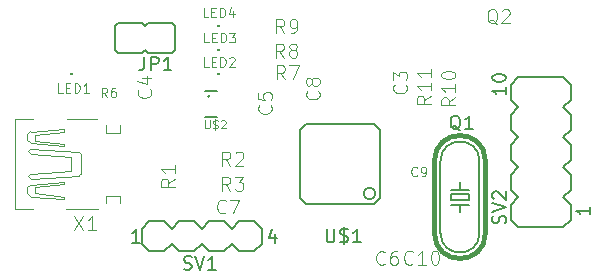
<source format=gbr>
%TF.GenerationSoftware,KiCad,Pcbnew,(6.0.7)*%
%TF.CreationDate,2022-08-30T17:29:13+02:00*%
%TF.ProjectId,bmp_entropia,626d705f-656e-4747-926f-7069612e6b69,rev?*%
%TF.SameCoordinates,Original*%
%TF.FileFunction,Legend,Top*%
%TF.FilePolarity,Positive*%
%FSLAX46Y46*%
G04 Gerber Fmt 4.6, Leading zero omitted, Abs format (unit mm)*
G04 Created by KiCad (PCBNEW (6.0.7)) date 2022-08-30 17:29:13*
%MOMM*%
%LPD*%
G01*
G04 APERTURE LIST*
%ADD10C,0.101600*%
%ADD11C,0.127000*%
%ADD12C,0.081280*%
%ADD13C,0.152400*%
%ADD14C,0.203200*%
%ADD15C,0.150000*%
%ADD16C,0.406400*%
G04 APERTURE END LIST*
D10*
%TO.C,R9*%
X146298645Y-96087761D02*
X145909179Y-95531380D01*
X145630988Y-96087761D02*
X145630988Y-94919361D01*
X146076093Y-94919361D01*
X146187369Y-94975000D01*
X146243007Y-95030638D01*
X146298645Y-95141914D01*
X146298645Y-95308828D01*
X146243007Y-95420104D01*
X146187369Y-95475742D01*
X146076093Y-95531380D01*
X145630988Y-95531380D01*
X146855026Y-96087761D02*
X147077579Y-96087761D01*
X147188855Y-96032123D01*
X147244493Y-95976485D01*
X147355769Y-95809571D01*
X147411407Y-95587019D01*
X147411407Y-95141914D01*
X147355769Y-95030638D01*
X147300131Y-94975000D01*
X147188855Y-94919361D01*
X146966302Y-94919361D01*
X146855026Y-94975000D01*
X146799388Y-95030638D01*
X146743750Y-95141914D01*
X146743750Y-95420104D01*
X146799388Y-95531380D01*
X146855026Y-95587019D01*
X146966302Y-95642657D01*
X147188855Y-95642657D01*
X147300131Y-95587019D01*
X147355769Y-95531380D01*
X147411407Y-95420104D01*
%TO.C,LED1*%
X127547055Y-101136904D02*
X127166102Y-101136904D01*
X127166102Y-100336904D01*
X127813721Y-100717857D02*
X128080388Y-100717857D01*
X128194674Y-101136904D02*
X127813721Y-101136904D01*
X127813721Y-100336904D01*
X128194674Y-100336904D01*
X128537531Y-101136904D02*
X128537531Y-100336904D01*
X128728007Y-100336904D01*
X128842293Y-100375000D01*
X128918483Y-100451190D01*
X128956579Y-100527380D01*
X128994674Y-100679761D01*
X128994674Y-100794047D01*
X128956579Y-100946428D01*
X128918483Y-101022619D01*
X128842293Y-101098809D01*
X128728007Y-101136904D01*
X128537531Y-101136904D01*
X129756579Y-101136904D02*
X129299436Y-101136904D01*
X129528007Y-101136904D02*
X129528007Y-100336904D01*
X129451817Y-100451190D01*
X129375626Y-100527380D01*
X129299436Y-100565476D01*
%TO.C,C4*%
X134933085Y-100863112D02*
X134988723Y-100918750D01*
X135044361Y-101085664D01*
X135044361Y-101196940D01*
X134988723Y-101363855D01*
X134877447Y-101475131D01*
X134766171Y-101530769D01*
X134543619Y-101586407D01*
X134376704Y-101586407D01*
X134154152Y-101530769D01*
X134042876Y-101475131D01*
X133931600Y-101363855D01*
X133875961Y-101196940D01*
X133875961Y-101085664D01*
X133931600Y-100918750D01*
X133987238Y-100863112D01*
X134265428Y-99861626D02*
X135044361Y-99861626D01*
X133820323Y-100139817D02*
X134654895Y-100418007D01*
X134654895Y-99694712D01*
%TO.C,C6*%
X154811887Y-115608085D02*
X154756249Y-115663723D01*
X154589335Y-115719361D01*
X154478059Y-115719361D01*
X154311144Y-115663723D01*
X154199868Y-115552447D01*
X154144230Y-115441171D01*
X154088592Y-115218619D01*
X154088592Y-115051704D01*
X154144230Y-114829152D01*
X154199868Y-114717876D01*
X154311144Y-114606600D01*
X154478059Y-114550961D01*
X154589335Y-114550961D01*
X154756249Y-114606600D01*
X154811887Y-114662238D01*
X155813373Y-114550961D02*
X155590820Y-114550961D01*
X155479544Y-114606600D01*
X155423906Y-114662238D01*
X155312630Y-114829152D01*
X155256992Y-115051704D01*
X155256992Y-115496809D01*
X155312630Y-115608085D01*
X155368268Y-115663723D01*
X155479544Y-115719361D01*
X155702097Y-115719361D01*
X155813373Y-115663723D01*
X155869011Y-115608085D01*
X155924649Y-115496809D01*
X155924649Y-115218619D01*
X155869011Y-115107342D01*
X155813373Y-115051704D01*
X155702097Y-114996066D01*
X155479544Y-114996066D01*
X155368268Y-115051704D01*
X155312630Y-115107342D01*
X155256992Y-115218619D01*
%TO.C,C7*%
X141323645Y-111251485D02*
X141268007Y-111307123D01*
X141101093Y-111362761D01*
X140989817Y-111362761D01*
X140822902Y-111307123D01*
X140711626Y-111195847D01*
X140655988Y-111084571D01*
X140600350Y-110862019D01*
X140600350Y-110695104D01*
X140655988Y-110472552D01*
X140711626Y-110361276D01*
X140822902Y-110250000D01*
X140989817Y-110194361D01*
X141101093Y-110194361D01*
X141268007Y-110250000D01*
X141323645Y-110305638D01*
X141713112Y-110194361D02*
X142492045Y-110194361D01*
X141991302Y-111362761D01*
%TO.C,R10*%
X160769361Y-101538112D02*
X160212980Y-101927579D01*
X160769361Y-102205769D02*
X159600961Y-102205769D01*
X159600961Y-101760664D01*
X159656600Y-101649388D01*
X159712238Y-101593750D01*
X159823514Y-101538112D01*
X159990428Y-101538112D01*
X160101704Y-101593750D01*
X160157342Y-101649388D01*
X160212980Y-101760664D01*
X160212980Y-102205769D01*
X160769361Y-100425350D02*
X160769361Y-101093007D01*
X160769361Y-100759179D02*
X159600961Y-100759179D01*
X159767876Y-100870455D01*
X159879152Y-100981731D01*
X159934790Y-101093007D01*
X159600961Y-99702055D02*
X159600961Y-99590779D01*
X159656600Y-99479502D01*
X159712238Y-99423864D01*
X159823514Y-99368226D01*
X160046066Y-99312588D01*
X160324257Y-99312588D01*
X160546809Y-99368226D01*
X160658085Y-99423864D01*
X160713723Y-99479502D01*
X160769361Y-99590779D01*
X160769361Y-99702055D01*
X160713723Y-99813331D01*
X160658085Y-99868969D01*
X160546809Y-99924607D01*
X160324257Y-99980245D01*
X160046066Y-99980245D01*
X159823514Y-99924607D01*
X159712238Y-99868969D01*
X159656600Y-99813331D01*
X159600961Y-99702055D01*
%TO.C,R7*%
X146348645Y-99987761D02*
X145959179Y-99431380D01*
X145680988Y-99987761D02*
X145680988Y-98819361D01*
X146126093Y-98819361D01*
X146237369Y-98875000D01*
X146293007Y-98930638D01*
X146348645Y-99041914D01*
X146348645Y-99208828D01*
X146293007Y-99320104D01*
X146237369Y-99375742D01*
X146126093Y-99431380D01*
X145680988Y-99431380D01*
X146738112Y-98819361D02*
X147517045Y-98819361D01*
X147016302Y-99987761D01*
D11*
%TO.C,SV1*%
X137800264Y-116066142D02*
X137963550Y-116120571D01*
X138235692Y-116120571D01*
X138344550Y-116066142D01*
X138398978Y-116011714D01*
X138453407Y-115902857D01*
X138453407Y-115794000D01*
X138398978Y-115685142D01*
X138344550Y-115630714D01*
X138235692Y-115576285D01*
X138017978Y-115521857D01*
X137909121Y-115467428D01*
X137854692Y-115413000D01*
X137800264Y-115304142D01*
X137800264Y-115195285D01*
X137854692Y-115086428D01*
X137909121Y-115032000D01*
X138017978Y-114977571D01*
X138290121Y-114977571D01*
X138453407Y-115032000D01*
X138779978Y-114977571D02*
X139160978Y-116120571D01*
X139541978Y-114977571D01*
X140521692Y-116120571D02*
X139868550Y-116120571D01*
X140195121Y-116120571D02*
X140195121Y-114977571D01*
X140086264Y-115140857D01*
X139977407Y-115249714D01*
X139868550Y-115304142D01*
X145507650Y-113091171D02*
X145507650Y-113853171D01*
X145235507Y-112655742D02*
X144963364Y-113472171D01*
X145670935Y-113472171D01*
X134059507Y-113853171D02*
X133406364Y-113853171D01*
X133732935Y-113853171D02*
X133732935Y-112710171D01*
X133624078Y-112873457D01*
X133515221Y-112982314D01*
X133406364Y-113036742D01*
D10*
%TO.C,LED3*%
X139922055Y-96886904D02*
X139541102Y-96886904D01*
X139541102Y-96086904D01*
X140188721Y-96467857D02*
X140455388Y-96467857D01*
X140569674Y-96886904D02*
X140188721Y-96886904D01*
X140188721Y-96086904D01*
X140569674Y-96086904D01*
X140912531Y-96886904D02*
X140912531Y-96086904D01*
X141103007Y-96086904D01*
X141217293Y-96125000D01*
X141293483Y-96201190D01*
X141331579Y-96277380D01*
X141369674Y-96429761D01*
X141369674Y-96544047D01*
X141331579Y-96696428D01*
X141293483Y-96772619D01*
X141217293Y-96848809D01*
X141103007Y-96886904D01*
X140912531Y-96886904D01*
X141636340Y-96086904D02*
X142131579Y-96086904D01*
X141864912Y-96391666D01*
X141979198Y-96391666D01*
X142055388Y-96429761D01*
X142093483Y-96467857D01*
X142131579Y-96544047D01*
X142131579Y-96734523D01*
X142093483Y-96810714D01*
X142055388Y-96848809D01*
X141979198Y-96886904D01*
X141750626Y-96886904D01*
X141674436Y-96848809D01*
X141636340Y-96810714D01*
%TO.C,R1*%
X137044361Y-108413112D02*
X136487980Y-108802579D01*
X137044361Y-109080769D02*
X135875961Y-109080769D01*
X135875961Y-108635664D01*
X135931600Y-108524388D01*
X135987238Y-108468750D01*
X136098514Y-108413112D01*
X136265428Y-108413112D01*
X136376704Y-108468750D01*
X136432342Y-108524388D01*
X136487980Y-108635664D01*
X136487980Y-109080769D01*
X137044361Y-107300350D02*
X137044361Y-107968007D01*
X137044361Y-107634179D02*
X135875961Y-107634179D01*
X136042876Y-107745455D01*
X136154152Y-107856731D01*
X136209790Y-107968007D01*
D11*
%TO.C,SV2*%
X165001242Y-112210335D02*
X165055671Y-112047050D01*
X165055671Y-111774907D01*
X165001242Y-111666050D01*
X164946814Y-111611621D01*
X164837957Y-111557192D01*
X164729100Y-111557192D01*
X164620242Y-111611621D01*
X164565814Y-111666050D01*
X164511385Y-111774907D01*
X164456957Y-111992621D01*
X164402528Y-112101478D01*
X164348100Y-112155907D01*
X164239242Y-112210335D01*
X164130385Y-112210335D01*
X164021528Y-112155907D01*
X163967100Y-112101478D01*
X163912671Y-111992621D01*
X163912671Y-111720478D01*
X163967100Y-111557192D01*
X163912671Y-111230621D02*
X165055671Y-110849621D01*
X163912671Y-110468621D01*
X164021528Y-110142050D02*
X163967100Y-110087621D01*
X163912671Y-109978764D01*
X163912671Y-109706621D01*
X163967100Y-109597764D01*
X164021528Y-109543335D01*
X164130385Y-109488907D01*
X164239242Y-109488907D01*
X164402528Y-109543335D01*
X165055671Y-110196478D01*
X165055671Y-109488907D01*
X172167671Y-110795192D02*
X172167671Y-111448335D01*
X172167671Y-111121764D02*
X171024671Y-111121764D01*
X171187957Y-111230621D01*
X171296814Y-111339478D01*
X171351242Y-111448335D01*
X165055671Y-100635192D02*
X165055671Y-101288335D01*
X165055671Y-100961764D02*
X163912671Y-100961764D01*
X164075957Y-101070621D01*
X164184814Y-101179478D01*
X164239242Y-101288335D01*
X163912671Y-99927621D02*
X163912671Y-99818764D01*
X163967100Y-99709907D01*
X164021528Y-99655478D01*
X164130385Y-99601050D01*
X164348100Y-99546621D01*
X164620242Y-99546621D01*
X164837957Y-99601050D01*
X164946814Y-99655478D01*
X165001242Y-99709907D01*
X165055671Y-99818764D01*
X165055671Y-99927621D01*
X165001242Y-100036478D01*
X164946814Y-100090907D01*
X164837957Y-100145335D01*
X164620242Y-100199764D01*
X164348100Y-100199764D01*
X164130385Y-100145335D01*
X164021528Y-100090907D01*
X163967100Y-100036478D01*
X163912671Y-99927621D01*
D10*
%TO.C,Q2*%
X164348163Y-95355638D02*
X164236887Y-95300000D01*
X164125611Y-95188723D01*
X163958697Y-95021809D01*
X163847420Y-94966171D01*
X163736144Y-94966171D01*
X163791782Y-95244361D02*
X163680506Y-95188723D01*
X163569230Y-95077447D01*
X163513592Y-94854895D01*
X163513592Y-94465428D01*
X163569230Y-94242876D01*
X163680506Y-94131600D01*
X163791782Y-94075961D01*
X164014335Y-94075961D01*
X164125611Y-94131600D01*
X164236887Y-94242876D01*
X164292525Y-94465428D01*
X164292525Y-94854895D01*
X164236887Y-95077447D01*
X164125611Y-95188723D01*
X164014335Y-95244361D01*
X163791782Y-95244361D01*
X164737630Y-94187238D02*
X164793268Y-94131600D01*
X164904544Y-94075961D01*
X165182735Y-94075961D01*
X165294011Y-94131600D01*
X165349649Y-94187238D01*
X165405287Y-94298514D01*
X165405287Y-94409790D01*
X165349649Y-94576704D01*
X164681992Y-95244361D01*
X165405287Y-95244361D01*
%TO.C,X1*%
X128482954Y-111600961D02*
X129261887Y-112769361D01*
X129261887Y-111600961D02*
X128482954Y-112769361D01*
X130319011Y-112769361D02*
X129651354Y-112769361D01*
X129985182Y-112769361D02*
X129985182Y-111600961D01*
X129873906Y-111767876D01*
X129762630Y-111879152D01*
X129651354Y-111934790D01*
%TO.C,C5*%
X145133085Y-102188112D02*
X145188723Y-102243750D01*
X145244361Y-102410664D01*
X145244361Y-102521940D01*
X145188723Y-102688855D01*
X145077447Y-102800131D01*
X144966171Y-102855769D01*
X144743619Y-102911407D01*
X144576704Y-102911407D01*
X144354152Y-102855769D01*
X144242876Y-102800131D01*
X144131600Y-102688855D01*
X144075961Y-102521940D01*
X144075961Y-102410664D01*
X144131600Y-102243750D01*
X144187238Y-102188112D01*
X144075961Y-101130988D02*
X144075961Y-101687369D01*
X144632342Y-101743007D01*
X144576704Y-101687369D01*
X144521066Y-101576093D01*
X144521066Y-101297902D01*
X144576704Y-101186626D01*
X144632342Y-101130988D01*
X144743619Y-101075350D01*
X145021809Y-101075350D01*
X145133085Y-101130988D01*
X145188723Y-101186626D01*
X145244361Y-101297902D01*
X145244361Y-101576093D01*
X145188723Y-101687369D01*
X145133085Y-101743007D01*
%TO.C,R8*%
X146273645Y-98162761D02*
X145884179Y-97606380D01*
X145605988Y-98162761D02*
X145605988Y-96994361D01*
X146051093Y-96994361D01*
X146162369Y-97050000D01*
X146218007Y-97105638D01*
X146273645Y-97216914D01*
X146273645Y-97383828D01*
X146218007Y-97495104D01*
X146162369Y-97550742D01*
X146051093Y-97606380D01*
X145605988Y-97606380D01*
X146941302Y-97495104D02*
X146830026Y-97439466D01*
X146774388Y-97383828D01*
X146718750Y-97272552D01*
X146718750Y-97216914D01*
X146774388Y-97105638D01*
X146830026Y-97050000D01*
X146941302Y-96994361D01*
X147163855Y-96994361D01*
X147275131Y-97050000D01*
X147330769Y-97105638D01*
X147386407Y-97216914D01*
X147386407Y-97272552D01*
X147330769Y-97383828D01*
X147275131Y-97439466D01*
X147163855Y-97495104D01*
X146941302Y-97495104D01*
X146830026Y-97550742D01*
X146774388Y-97606380D01*
X146718750Y-97717657D01*
X146718750Y-97940209D01*
X146774388Y-98051485D01*
X146830026Y-98107123D01*
X146941302Y-98162761D01*
X147163855Y-98162761D01*
X147275131Y-98107123D01*
X147330769Y-98051485D01*
X147386407Y-97940209D01*
X147386407Y-97717657D01*
X147330769Y-97606380D01*
X147275131Y-97550742D01*
X147163855Y-97495104D01*
%TO.C,R6*%
X131294674Y-101511904D02*
X131028007Y-101130952D01*
X130837531Y-101511904D02*
X130837531Y-100711904D01*
X131142293Y-100711904D01*
X131218483Y-100750000D01*
X131256579Y-100788095D01*
X131294674Y-100864285D01*
X131294674Y-100978571D01*
X131256579Y-101054761D01*
X131218483Y-101092857D01*
X131142293Y-101130952D01*
X130837531Y-101130952D01*
X131980388Y-100711904D02*
X131828007Y-100711904D01*
X131751817Y-100750000D01*
X131713721Y-100788095D01*
X131637531Y-100902380D01*
X131599436Y-101054761D01*
X131599436Y-101359523D01*
X131637531Y-101435714D01*
X131675626Y-101473809D01*
X131751817Y-101511904D01*
X131904198Y-101511904D01*
X131980388Y-101473809D01*
X132018483Y-101435714D01*
X132056579Y-101359523D01*
X132056579Y-101169047D01*
X132018483Y-101092857D01*
X131980388Y-101054761D01*
X131904198Y-101016666D01*
X131751817Y-101016666D01*
X131675626Y-101054761D01*
X131637531Y-101092857D01*
X131599436Y-101169047D01*
D12*
%TO.C,U$2*%
X139569498Y-103466666D02*
X139569498Y-104033333D01*
X139602832Y-104100000D01*
X139636165Y-104133333D01*
X139702832Y-104166666D01*
X139836165Y-104166666D01*
X139902832Y-104133333D01*
X139936165Y-104100000D01*
X139969498Y-104033333D01*
X139969498Y-103466666D01*
X140269498Y-104133333D02*
X140369498Y-104166666D01*
X140536165Y-104166666D01*
X140602832Y-104133333D01*
X140636165Y-104100000D01*
X140669498Y-104033333D01*
X140669498Y-103966666D01*
X140636165Y-103900000D01*
X140602832Y-103866666D01*
X140536165Y-103833333D01*
X140402832Y-103800000D01*
X140336165Y-103766666D01*
X140302832Y-103733333D01*
X140269498Y-103666666D01*
X140269498Y-103600000D01*
X140302832Y-103533333D01*
X140336165Y-103500000D01*
X140402832Y-103466666D01*
X140569498Y-103466666D01*
X140669498Y-103500000D01*
X140469498Y-103366666D02*
X140469498Y-104266666D01*
X140936165Y-103533333D02*
X140969498Y-103500000D01*
X141036165Y-103466666D01*
X141202832Y-103466666D01*
X141269498Y-103500000D01*
X141302832Y-103533333D01*
X141336165Y-103600000D01*
X141336165Y-103666666D01*
X141302832Y-103766666D01*
X140902832Y-104166666D01*
X141336165Y-104166666D01*
D10*
%TO.C,LED4*%
X139847055Y-94761904D02*
X139466102Y-94761904D01*
X139466102Y-93961904D01*
X140113721Y-94342857D02*
X140380388Y-94342857D01*
X140494674Y-94761904D02*
X140113721Y-94761904D01*
X140113721Y-93961904D01*
X140494674Y-93961904D01*
X140837531Y-94761904D02*
X140837531Y-93961904D01*
X141028007Y-93961904D01*
X141142293Y-94000000D01*
X141218483Y-94076190D01*
X141256579Y-94152380D01*
X141294674Y-94304761D01*
X141294674Y-94419047D01*
X141256579Y-94571428D01*
X141218483Y-94647619D01*
X141142293Y-94723809D01*
X141028007Y-94761904D01*
X140837531Y-94761904D01*
X141980388Y-94228571D02*
X141980388Y-94761904D01*
X141789912Y-93923809D02*
X141599436Y-94495238D01*
X142094674Y-94495238D01*
%TO.C,R11*%
X158694361Y-101388112D02*
X158137980Y-101777579D01*
X158694361Y-102055769D02*
X157525961Y-102055769D01*
X157525961Y-101610664D01*
X157581600Y-101499388D01*
X157637238Y-101443750D01*
X157748514Y-101388112D01*
X157915428Y-101388112D01*
X158026704Y-101443750D01*
X158082342Y-101499388D01*
X158137980Y-101610664D01*
X158137980Y-102055769D01*
X158694361Y-100275350D02*
X158694361Y-100943007D01*
X158694361Y-100609179D02*
X157525961Y-100609179D01*
X157692876Y-100720455D01*
X157804152Y-100831731D01*
X157859790Y-100943007D01*
X158694361Y-99162588D02*
X158694361Y-99830245D01*
X158694361Y-99496417D02*
X157525961Y-99496417D01*
X157692876Y-99607693D01*
X157804152Y-99718969D01*
X157859790Y-99830245D01*
%TO.C,R2*%
X141723645Y-107312761D02*
X141334179Y-106756380D01*
X141055988Y-107312761D02*
X141055988Y-106144361D01*
X141501093Y-106144361D01*
X141612369Y-106200000D01*
X141668007Y-106255638D01*
X141723645Y-106366914D01*
X141723645Y-106533828D01*
X141668007Y-106645104D01*
X141612369Y-106700742D01*
X141501093Y-106756380D01*
X141055988Y-106756380D01*
X142168750Y-106255638D02*
X142224388Y-106200000D01*
X142335664Y-106144361D01*
X142613855Y-106144361D01*
X142725131Y-106200000D01*
X142780769Y-106255638D01*
X142836407Y-106366914D01*
X142836407Y-106478190D01*
X142780769Y-106645104D01*
X142113112Y-107312761D01*
X142836407Y-107312761D01*
%TO.C,C3*%
X156583085Y-100463112D02*
X156638723Y-100518750D01*
X156694361Y-100685664D01*
X156694361Y-100796940D01*
X156638723Y-100963855D01*
X156527447Y-101075131D01*
X156416171Y-101130769D01*
X156193619Y-101186407D01*
X156026704Y-101186407D01*
X155804152Y-101130769D01*
X155692876Y-101075131D01*
X155581600Y-100963855D01*
X155525961Y-100796940D01*
X155525961Y-100685664D01*
X155581600Y-100518750D01*
X155637238Y-100463112D01*
X155525961Y-100073645D02*
X155525961Y-99350350D01*
X155971066Y-99739817D01*
X155971066Y-99572902D01*
X156026704Y-99461626D01*
X156082342Y-99405988D01*
X156193619Y-99350350D01*
X156471809Y-99350350D01*
X156583085Y-99405988D01*
X156638723Y-99461626D01*
X156694361Y-99572902D01*
X156694361Y-99906731D01*
X156638723Y-100018007D01*
X156583085Y-100073645D01*
%TO.C,C10*%
X157161887Y-115583085D02*
X157106249Y-115638723D01*
X156939335Y-115694361D01*
X156828059Y-115694361D01*
X156661144Y-115638723D01*
X156549868Y-115527447D01*
X156494230Y-115416171D01*
X156438592Y-115193619D01*
X156438592Y-115026704D01*
X156494230Y-114804152D01*
X156549868Y-114692876D01*
X156661144Y-114581600D01*
X156828059Y-114525961D01*
X156939335Y-114525961D01*
X157106249Y-114581600D01*
X157161887Y-114637238D01*
X158274649Y-115694361D02*
X157606992Y-115694361D01*
X157940820Y-115694361D02*
X157940820Y-114525961D01*
X157829544Y-114692876D01*
X157718268Y-114804152D01*
X157606992Y-114859790D01*
X158997944Y-114525961D02*
X159109220Y-114525961D01*
X159220497Y-114581600D01*
X159276135Y-114637238D01*
X159331773Y-114748514D01*
X159387411Y-114971066D01*
X159387411Y-115249257D01*
X159331773Y-115471809D01*
X159276135Y-115583085D01*
X159220497Y-115638723D01*
X159109220Y-115694361D01*
X158997944Y-115694361D01*
X158886668Y-115638723D01*
X158831030Y-115583085D01*
X158775392Y-115471809D01*
X158719754Y-115249257D01*
X158719754Y-114971066D01*
X158775392Y-114748514D01*
X158831030Y-114637238D01*
X158886668Y-114581600D01*
X158997944Y-114525961D01*
D11*
%TO.C,U$1*%
X149879692Y-112652571D02*
X149879692Y-113577857D01*
X149934121Y-113686714D01*
X149988550Y-113741142D01*
X150097407Y-113795571D01*
X150315121Y-113795571D01*
X150423978Y-113741142D01*
X150478407Y-113686714D01*
X150532835Y-113577857D01*
X150532835Y-112652571D01*
X151022692Y-113741142D02*
X151185978Y-113795571D01*
X151458121Y-113795571D01*
X151566978Y-113741142D01*
X151621407Y-113686714D01*
X151675835Y-113577857D01*
X151675835Y-113469000D01*
X151621407Y-113360142D01*
X151566978Y-113305714D01*
X151458121Y-113251285D01*
X151240407Y-113196857D01*
X151131550Y-113142428D01*
X151077121Y-113088000D01*
X151022692Y-112979142D01*
X151022692Y-112870285D01*
X151077121Y-112761428D01*
X151131550Y-112707000D01*
X151240407Y-112652571D01*
X151512550Y-112652571D01*
X151675835Y-112707000D01*
X151349264Y-112489285D02*
X151349264Y-113958857D01*
X152764407Y-113795571D02*
X152111264Y-113795571D01*
X152437835Y-113795571D02*
X152437835Y-112652571D01*
X152328978Y-112815857D01*
X152220121Y-112924714D01*
X152111264Y-112979142D01*
%TO.C,JP1*%
X134456835Y-98105171D02*
X134456835Y-98921600D01*
X134402407Y-99084885D01*
X134293550Y-99193742D01*
X134130264Y-99248171D01*
X134021407Y-99248171D01*
X135001121Y-99248171D02*
X135001121Y-98105171D01*
X135436550Y-98105171D01*
X135545407Y-98159600D01*
X135599835Y-98214028D01*
X135654264Y-98322885D01*
X135654264Y-98486171D01*
X135599835Y-98595028D01*
X135545407Y-98649457D01*
X135436550Y-98703885D01*
X135001121Y-98703885D01*
X136742835Y-99248171D02*
X136089692Y-99248171D01*
X136416264Y-99248171D02*
X136416264Y-98105171D01*
X136307407Y-98268457D01*
X136198550Y-98377314D01*
X136089692Y-98431742D01*
D10*
%TO.C,C9*%
X157563659Y-108135714D02*
X157525563Y-108173809D01*
X157411278Y-108211904D01*
X157335087Y-108211904D01*
X157220801Y-108173809D01*
X157144611Y-108097619D01*
X157106516Y-108021428D01*
X157068420Y-107869047D01*
X157068420Y-107754761D01*
X157106516Y-107602380D01*
X157144611Y-107526190D01*
X157220801Y-107450000D01*
X157335087Y-107411904D01*
X157411278Y-107411904D01*
X157525563Y-107450000D01*
X157563659Y-107488095D01*
X157944611Y-108211904D02*
X158096992Y-108211904D01*
X158173182Y-108173809D01*
X158211278Y-108135714D01*
X158287468Y-108021428D01*
X158325563Y-107869047D01*
X158325563Y-107564285D01*
X158287468Y-107488095D01*
X158249373Y-107450000D01*
X158173182Y-107411904D01*
X158020801Y-107411904D01*
X157944611Y-107450000D01*
X157906516Y-107488095D01*
X157868420Y-107564285D01*
X157868420Y-107754761D01*
X157906516Y-107830952D01*
X157944611Y-107869047D01*
X158020801Y-107907142D01*
X158173182Y-107907142D01*
X158249373Y-107869047D01*
X158287468Y-107830952D01*
X158325563Y-107754761D01*
%TO.C,R3*%
X141723645Y-109437761D02*
X141334179Y-108881380D01*
X141055988Y-109437761D02*
X141055988Y-108269361D01*
X141501093Y-108269361D01*
X141612369Y-108325000D01*
X141668007Y-108380638D01*
X141723645Y-108491914D01*
X141723645Y-108658828D01*
X141668007Y-108770104D01*
X141612369Y-108825742D01*
X141501093Y-108881380D01*
X141055988Y-108881380D01*
X142113112Y-108269361D02*
X142836407Y-108269361D01*
X142446940Y-108714466D01*
X142613855Y-108714466D01*
X142725131Y-108770104D01*
X142780769Y-108825742D01*
X142836407Y-108937019D01*
X142836407Y-109215209D01*
X142780769Y-109326485D01*
X142725131Y-109382123D01*
X142613855Y-109437761D01*
X142280026Y-109437761D01*
X142168750Y-109382123D01*
X142113112Y-109326485D01*
%TO.C,C8*%
X149183085Y-100988112D02*
X149238723Y-101043750D01*
X149294361Y-101210664D01*
X149294361Y-101321940D01*
X149238723Y-101488855D01*
X149127447Y-101600131D01*
X149016171Y-101655769D01*
X148793619Y-101711407D01*
X148626704Y-101711407D01*
X148404152Y-101655769D01*
X148292876Y-101600131D01*
X148181600Y-101488855D01*
X148125961Y-101321940D01*
X148125961Y-101210664D01*
X148181600Y-101043750D01*
X148237238Y-100988112D01*
X148626704Y-100320455D02*
X148571066Y-100431731D01*
X148515428Y-100487369D01*
X148404152Y-100543007D01*
X148348514Y-100543007D01*
X148237238Y-100487369D01*
X148181600Y-100431731D01*
X148125961Y-100320455D01*
X148125961Y-100097902D01*
X148181600Y-99986626D01*
X148237238Y-99930988D01*
X148348514Y-99875350D01*
X148404152Y-99875350D01*
X148515428Y-99930988D01*
X148571066Y-99986626D01*
X148626704Y-100097902D01*
X148626704Y-100320455D01*
X148682342Y-100431731D01*
X148737980Y-100487369D01*
X148849257Y-100543007D01*
X149071809Y-100543007D01*
X149183085Y-100487369D01*
X149238723Y-100431731D01*
X149294361Y-100320455D01*
X149294361Y-100097902D01*
X149238723Y-99986626D01*
X149183085Y-99930988D01*
X149071809Y-99875350D01*
X148849257Y-99875350D01*
X148737980Y-99930988D01*
X148682342Y-99986626D01*
X148626704Y-100097902D01*
%TO.C,LED2*%
X139897055Y-98936904D02*
X139516102Y-98936904D01*
X139516102Y-98136904D01*
X140163721Y-98517857D02*
X140430388Y-98517857D01*
X140544674Y-98936904D02*
X140163721Y-98936904D01*
X140163721Y-98136904D01*
X140544674Y-98136904D01*
X140887531Y-98936904D02*
X140887531Y-98136904D01*
X141078007Y-98136904D01*
X141192293Y-98175000D01*
X141268483Y-98251190D01*
X141306579Y-98327380D01*
X141344674Y-98479761D01*
X141344674Y-98594047D01*
X141306579Y-98746428D01*
X141268483Y-98822619D01*
X141192293Y-98898809D01*
X141078007Y-98936904D01*
X140887531Y-98936904D01*
X141649436Y-98213095D02*
X141687531Y-98175000D01*
X141763721Y-98136904D01*
X141954198Y-98136904D01*
X142030388Y-98175000D01*
X142068483Y-98213095D01*
X142106579Y-98289285D01*
X142106579Y-98365476D01*
X142068483Y-98479761D01*
X141611340Y-98936904D01*
X142106579Y-98936904D01*
D11*
%TO.C,Q1*%
X161216692Y-104329428D02*
X161107835Y-104275000D01*
X160998978Y-104166142D01*
X160835692Y-104002857D01*
X160726835Y-103948428D01*
X160617978Y-103948428D01*
X160672407Y-104220571D02*
X160563550Y-104166142D01*
X160454692Y-104057285D01*
X160400264Y-103839571D01*
X160400264Y-103458571D01*
X160454692Y-103240857D01*
X160563550Y-103132000D01*
X160672407Y-103077571D01*
X160890121Y-103077571D01*
X160998978Y-103132000D01*
X161107835Y-103240857D01*
X161162264Y-103458571D01*
X161162264Y-103839571D01*
X161107835Y-104057285D01*
X160998978Y-104166142D01*
X160890121Y-104220571D01*
X160672407Y-104220571D01*
X162250835Y-104220571D02*
X161597692Y-104220571D01*
X161924264Y-104220571D02*
X161924264Y-103077571D01*
X161815407Y-103240857D01*
X161706550Y-103349714D01*
X161597692Y-103404142D01*
%TO.C,LED1*%
G36*
X128407100Y-99681600D02*
G01*
X128157100Y-99681600D01*
X128157100Y-99431600D01*
X128407100Y-99431600D01*
X128407100Y-99681600D01*
G37*
D13*
%TO.C,SV1*%
X134249100Y-113907600D02*
X134884100Y-114542600D01*
X138694100Y-114542600D02*
X137424100Y-114542600D01*
X136154100Y-112002600D02*
X136789100Y-112637600D01*
X137424100Y-114542600D02*
X136789100Y-113907600D01*
X134884100Y-112002600D02*
X134249100Y-112637600D01*
X139964100Y-112002600D02*
X141234100Y-112002600D01*
X134249100Y-112637600D02*
X134249100Y-113907600D01*
X144409100Y-113907600D02*
X143774100Y-114542600D01*
X143774100Y-112002600D02*
X144409100Y-112637600D01*
X137424100Y-112002600D02*
X138694100Y-112002600D01*
X136154100Y-114542600D02*
X134884100Y-114542600D01*
X136789100Y-112637600D02*
X137424100Y-112002600D01*
X141234100Y-114542600D02*
X139964100Y-114542600D01*
X142504100Y-112002600D02*
X143774100Y-112002600D01*
X139964100Y-114542600D02*
X139329100Y-113907600D01*
X141869100Y-113907600D02*
X142504100Y-114542600D01*
X139329100Y-112637600D02*
X139964100Y-112002600D01*
X141234100Y-112002600D02*
X141869100Y-112637600D01*
X144409100Y-112637600D02*
X144409100Y-113907600D01*
X139329100Y-113907600D02*
X138694100Y-114542600D01*
X136789100Y-113907600D02*
X136154100Y-114542600D01*
X143774100Y-114542600D02*
X142504100Y-114542600D01*
X142504100Y-112002600D02*
X141869100Y-112637600D01*
X141869100Y-113907600D02*
X141234100Y-114542600D01*
X134884100Y-112002600D02*
X136154100Y-112002600D01*
X138694100Y-112002600D02*
X139329100Y-112637600D01*
%TO.C,LED3*%
G36*
X140853100Y-97649600D02*
G01*
X140603100Y-97649600D01*
X140603100Y-97399600D01*
X140853100Y-97399600D01*
X140853100Y-97649600D01*
G37*
%TO.C,SV2*%
X166126100Y-102350600D02*
X165491100Y-101715600D01*
X165491100Y-105525600D02*
X166126100Y-104890600D01*
X169936100Y-102350600D02*
X170571100Y-102985600D01*
X170571100Y-105525600D02*
X170571100Y-106795600D01*
X170571100Y-106795600D02*
X169936100Y-107430600D01*
X169936100Y-109970600D02*
X170571100Y-110605600D01*
X165491100Y-101715600D02*
X165491100Y-100445600D01*
X165491100Y-111875600D02*
X166126100Y-112510600D01*
X170571100Y-102985600D02*
X170571100Y-104255600D01*
X165491100Y-104255600D02*
X165491100Y-102985600D01*
X169936100Y-107430600D02*
X170571100Y-108065600D01*
X165491100Y-102985600D02*
X166126100Y-102350600D01*
X170571100Y-109335600D02*
X169936100Y-109970600D01*
X165491100Y-110605600D02*
X166126100Y-109970600D01*
X169936100Y-104890600D02*
X170571100Y-105525600D01*
X170571100Y-110605600D02*
X170571100Y-111875600D01*
X170571100Y-108065600D02*
X170571100Y-109335600D01*
X165491100Y-104255600D02*
X166126100Y-104890600D01*
X170571100Y-100445600D02*
X170571100Y-101715600D01*
X165491100Y-109335600D02*
X165491100Y-108065600D01*
X165491100Y-100445600D02*
X166126100Y-99810600D01*
X169936100Y-99810600D02*
X170571100Y-100445600D01*
X165491100Y-111875600D02*
X165491100Y-110605600D01*
X166126100Y-109970600D02*
X165491100Y-109335600D01*
X165491100Y-106795600D02*
X165491100Y-105525600D01*
X169936100Y-112510600D02*
X170571100Y-111875600D01*
X170571100Y-101715600D02*
X169936100Y-102350600D01*
X165491100Y-108065600D02*
X166126100Y-107430600D01*
X166126100Y-107430600D02*
X165491100Y-106795600D01*
X166126100Y-112510600D02*
X169936100Y-112510600D01*
X166126100Y-99810600D02*
X169936100Y-99810600D01*
X169936100Y-104890600D02*
X170571100Y-104255600D01*
D10*
%TO.C,X1*%
X124854700Y-105930700D02*
X128903900Y-106138300D01*
X127606000Y-105463400D02*
X125218000Y-105203900D01*
X131232900Y-109876500D02*
X131232900Y-110500800D01*
X125218000Y-104684700D02*
X127606000Y-104425200D01*
X132380400Y-109876400D02*
X131232900Y-109876400D01*
X124854700Y-108422300D02*
X128903900Y-108214700D01*
X127606000Y-108681900D02*
X127606000Y-108889600D01*
X125218000Y-109668300D02*
X127606000Y-109927800D01*
X125218000Y-109149100D02*
X125218000Y-109668300D01*
X130507300Y-111023800D02*
X127820000Y-111023800D01*
X124854600Y-106346000D02*
X128280900Y-106553600D01*
X127606000Y-108889600D02*
X125218000Y-109149100D01*
X127606000Y-104217500D02*
X124854600Y-104425200D01*
X131232900Y-104578000D02*
X131233000Y-103852300D01*
X123504900Y-103335000D02*
X125008400Y-103335100D01*
X127606000Y-110135500D02*
X124854600Y-109927800D01*
X128280900Y-107799400D02*
X128280900Y-106553400D01*
X123504900Y-111018000D02*
X123504900Y-103335000D01*
X123504900Y-111018100D02*
X123504900Y-111018000D01*
X129111500Y-108007000D02*
X129111500Y-106345900D01*
X132363500Y-104578000D02*
X131232900Y-104578000D01*
X127606000Y-105671100D02*
X127606000Y-105463400D01*
X124854600Y-105411500D02*
X127606000Y-105671100D01*
X127870800Y-103329400D02*
X130406200Y-103329300D01*
X132363500Y-103852300D02*
X132363500Y-104578000D01*
X127606000Y-104425200D02*
X127606000Y-104217500D01*
X132380400Y-110509000D02*
X132380400Y-109876400D01*
X125218000Y-105203900D02*
X125218000Y-104684700D01*
X124647000Y-106138300D02*
X124647000Y-106138400D01*
X124854600Y-108007000D02*
X128280900Y-107799400D01*
X123504900Y-111018000D02*
X125008500Y-111018000D01*
X124854600Y-108941500D02*
X127606000Y-108681900D01*
X127606000Y-109927800D02*
X127606000Y-110135500D01*
X123500300Y-111023900D02*
X123500300Y-103329300D01*
X124854600Y-105930700D02*
G75*
G03*
X124647000Y-106138300I1J-207601D01*
G01*
X124595100Y-105203900D02*
G75*
G03*
X124854599Y-105411501I281830J86298D01*
G01*
X124595100Y-109149100D02*
G75*
G03*
X124595100Y-109720200I931111J-285550D01*
G01*
X124595101Y-109720200D02*
G75*
G03*
X124854600Y-109927800I281829J86299D01*
G01*
X124595100Y-104632800D02*
G75*
G03*
X124595100Y-105203900I931111J-285550D01*
G01*
X124854600Y-108007000D02*
G75*
G03*
X124647000Y-108214600I1J-207601D01*
G01*
X128903900Y-108214700D02*
G75*
G03*
X129111501Y-108006999I-12099J219694D01*
G01*
X129111503Y-106346000D02*
G75*
G03*
X128903900Y-106138300I-219601J-11895D01*
G01*
X124854599Y-108941499D02*
G75*
G03*
X124595100Y-109149100I22331J-293899D01*
G01*
X124854600Y-104425199D02*
G75*
G03*
X124595100Y-104632800I22330J-293900D01*
G01*
X124647000Y-106138400D02*
G75*
G03*
X124854600Y-106346000I207601J1D01*
G01*
X124647000Y-108214700D02*
G75*
G03*
X124854600Y-108422300I207601J1D01*
G01*
D14*
%TO.C,U$2*%
X139591100Y-100996600D02*
X140591100Y-100996600D01*
X140591100Y-103196600D02*
X139591100Y-103196600D01*
D15*
X139966100Y-101446600D02*
G75*
G03*
X139966100Y-101446600I-75000J0D01*
G01*
%TO.C,LED4*%
G36*
X140853100Y-95617600D02*
G01*
X140603100Y-95617600D01*
X140603100Y-95367600D01*
X140853100Y-95367600D01*
X140853100Y-95617600D01*
G37*
D13*
%TO.C,U$1*%
X153886100Y-110549600D02*
X154386100Y-110049600D01*
X147640100Y-104303600D02*
X147640100Y-110049600D01*
X147640100Y-110049600D02*
X148140100Y-110549600D01*
X154386100Y-104303600D02*
X153886100Y-103803600D01*
X148140100Y-103803600D02*
X147640100Y-104303600D01*
X154386100Y-110049600D02*
X154386100Y-104303600D01*
X148140100Y-110549600D02*
X153886100Y-110549600D01*
X153886100Y-103803600D02*
X148140100Y-103803600D01*
X154013100Y-109676600D02*
G75*
G03*
X154013100Y-109676600I-500000J0D01*
G01*
%TO.C,JP1*%
X137043100Y-95492600D02*
X136789100Y-95238600D01*
X137043100Y-97524600D02*
X137043100Y-95492600D01*
X134503100Y-97524600D02*
X134249100Y-97778600D01*
X137043100Y-97524600D02*
X136789100Y-97778600D01*
X132217100Y-95238600D02*
X131963100Y-95492600D01*
X132217100Y-95238600D02*
X134249100Y-95238600D01*
X132217100Y-97778600D02*
X131963100Y-97524600D01*
X131963100Y-95492600D02*
X131963100Y-97524600D01*
X134757100Y-95238600D02*
X136789100Y-95238600D01*
X134503100Y-95492600D02*
X134249100Y-95238600D01*
X132217100Y-97778600D02*
X134249100Y-97778600D01*
X134757100Y-97778600D02*
X136789100Y-97778600D01*
X134503100Y-97524600D02*
X134757100Y-97778600D01*
X134503100Y-95492600D02*
X134757100Y-95238600D01*
%TO.C,LED2*%
G36*
X140853100Y-99681600D02*
G01*
X140603100Y-99681600D01*
X140603100Y-99431600D01*
X140853100Y-99431600D01*
X140853100Y-99681600D01*
G37*
%TO.C,Q1*%
X160411100Y-109716600D02*
X161935100Y-109716600D01*
X161935100Y-109716600D02*
X161935100Y-110224600D01*
D16*
X163332100Y-113018600D02*
X163332100Y-106922600D01*
D13*
X161173100Y-110605600D02*
X161935100Y-110605600D01*
X161935100Y-110224600D02*
X160411100Y-110224600D01*
X162824100Y-113018600D02*
X162824100Y-106922600D01*
X161173100Y-109335600D02*
X161935100Y-109335600D01*
X161173100Y-109335600D02*
X161173100Y-108700600D01*
X160411100Y-109335600D02*
X161173100Y-109335600D01*
X159522100Y-106922600D02*
X159522100Y-113018600D01*
D16*
X159014100Y-113018600D02*
X159014100Y-106922600D01*
D13*
X160411100Y-110224600D02*
X160411100Y-109716600D01*
X161173100Y-110605600D02*
X161173100Y-111240600D01*
X160411100Y-110605600D02*
X161173100Y-110605600D01*
D16*
X159014100Y-113018600D02*
G75*
G03*
X163332100Y-113018600I2159000J0D01*
G01*
D13*
X162824100Y-106922600D02*
G75*
G03*
X159522100Y-106922600I-1651000J0D01*
G01*
D16*
X163332100Y-106922600D02*
G75*
G03*
X159014100Y-106922600I-2159000J0D01*
G01*
D13*
X159522100Y-113018600D02*
G75*
G03*
X162824100Y-113018600I1651000J0D01*
G01*
%TD*%
M02*

</source>
